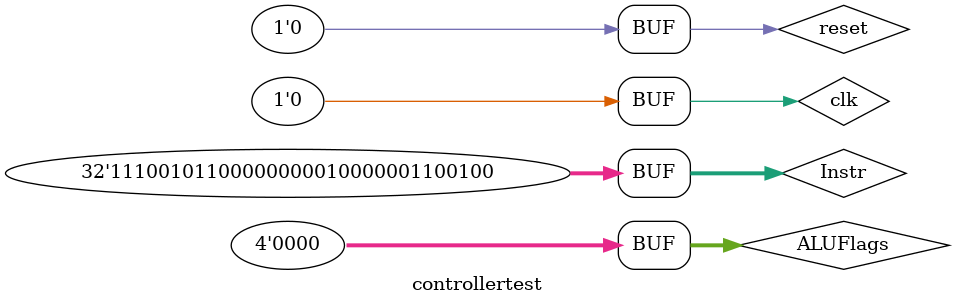
<source format=sv>
module controllertest();
logic clk;
logic reset;
logic [31:0] Instr;
logic [3:0] ALUFlags; 
logic PCWrite , MemWrite , RegWrite , IRWrite ,AdrSrc;
logic [1:0]   RegSrc;
logic [1:0]   ALUSrcA;
logic [1:0]   ALUSrcB;
logic [1:0]   ResultSrc;
logic [1:0]   ImmSrc;
logic [1:0]   ALUControl;

// instantiate device to be tested
controller uut(clk, reset, Instr[31:12], ALUFlags, 
               PCWrite, MemWrite, RegWrite, IRWrite,
               AdrSrc, RegSrc, ALUSrcA, ALUSrcB, ResultSrc,
               ImmSrc, ALUControl);

// initialize test 
initial 
begin
 reset <= 1;
 # 20; reset <= 0;
 /*
 #10;
 Instr <= 32'hE04F000F; // SUB - DPR E04F000F
 ALUFlags <= 4'b0000;
 #60;
 
 reset <= 1;
 #20; reset <= 0;
 
 #10;
 Instr <= 32'hE2802005; // ADD -DPI
 ALUFlags <= 4'b0000;
 #60
 
  reset <= 1;
 #20; reset <= 0;
 
 #10;
 Instr <= 32'hE1874002; // ORR - DPR 
 ALUFlags <= 4'b0000;
 #60
 
  reset <= 1;
 #20; reset <= 0;
 
 #10;
 Instr <= 32'hE0035004; // AND -DPR
 ALUFlags <= 4'b0000;
 #60
 
  reset <= 1;
 #20; reset <= 0;
 
 #10;
 Instr <= 32'hE280200A; // ADD -DPI
 ALUFlags <= 4'b0000;
 #60
*/
  reset <= 1;
 #20; reset <= 0;
 
 Instr <= 32'hE5902060;// LDR
 ALUFlags <=4'b0000;
 #120;

   reset <= 1;
 #20; reset <= 0;
 

 Instr <= 32'hE5802064;// STR
 ALUFlags <=4'b0000;
 #60; 
 /*
   reset <= 1;
 #20; reset <= 0;
 
 Instr <= 32'h0A00000C;// BEQ - not taken
 ALUFlags <=4'b0000;
 #60;
 
   reset <= 1;
 #20; reset <= 0;
 

  Instr <= 32'h0A00000C;// BEQ - taken
 ALUFlags <=4'b0100;
 #60;
 */
end

// generate clock to sequence tests 
always 
begin
 clk <= 1; # 5; clk <= 0; # 5; 
end

endmodule

</source>
